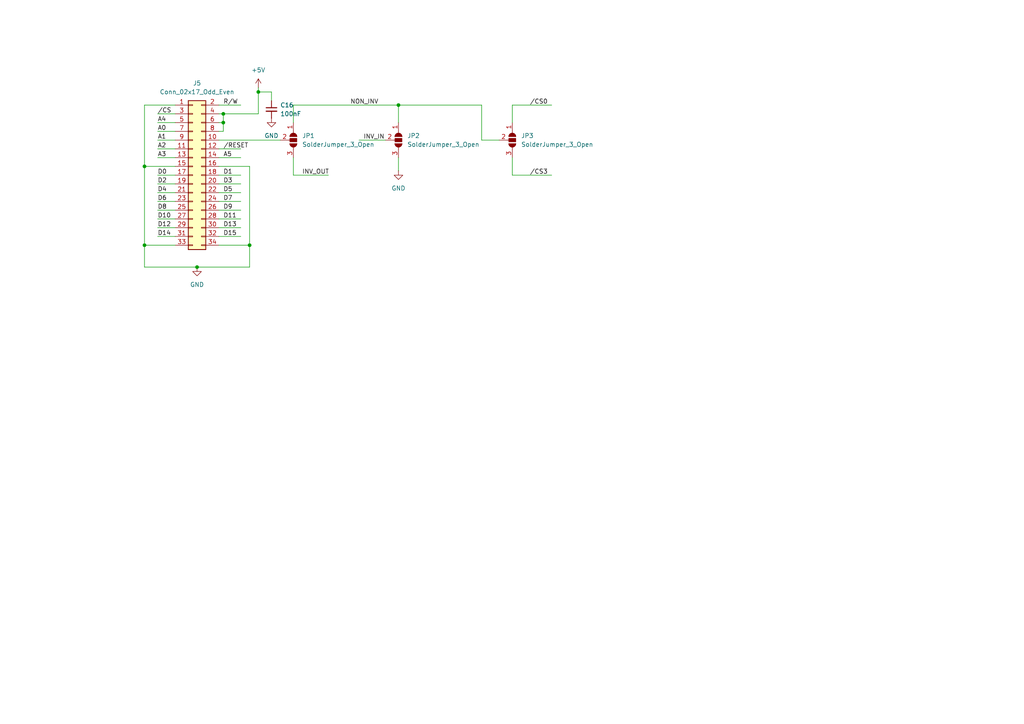
<source format=kicad_sch>
(kicad_sch (version 20250114) (generator "eeschema") (generator_version "9.0")
  (paper "A4")
  (lib_symbols
    (symbol "Connector_Generic:Conn_02x17_Odd_Even" (pin_names (offset 1.016) (hide yes))
      (property "Reference" "J" (at 1.27 22.86 0))
      (property "Value" "Conn_02x17_Odd_Even" (at 1.27 -22.86 0))
      (symbol "Conn_02x17_Odd_Even_1_1"
        (rectangle (start -1.27 21.59) (end 3.81 -21.59) (stroke (width 0.254)) (fill (type background)))
        (rectangle (start -1.27 20.447) (end 0 20.193) (stroke (width 0.1524)))
        (rectangle (start -1.27 17.907) (end 0 17.653) (stroke (width 0.1524)))
        (rectangle (start -1.27 15.367) (end 0 15.113) (stroke (width 0.1524)))
        (rectangle (start -1.27 12.827) (end 0 12.573) (stroke (width 0.1524)))
        (rectangle (start -1.27 10.287) (end 0 10.033) (stroke (width 0.1524)))
        (rectangle (start -1.27 7.747) (end 0 7.493) (stroke (width 0.1524)))
        (rectangle (start -1.27 5.207) (end 0 4.953) (stroke (width 0.1524)))
        (rectangle (start -1.27 2.667) (end 0 2.413) (stroke (width 0.1524)))
        (rectangle (start -1.27 0.127) (end 0 -0.127) (stroke (width 0.1524)))
        (rectangle (start -1.27 -2.413) (end 0 -2.667) (stroke (width 0.1524)))
        (rectangle (start -1.27 -4.953) (end 0 -5.207) (stroke (width 0.1524)))
        (rectangle (start -1.27 -7.493) (end 0 -7.747) (stroke (width 0.1524)))
        (rectangle (start -1.27 -10.033) (end 0 -10.287) (stroke (width 0.1524)))
        (rectangle (start -1.27 -12.573) (end 0 -12.827) (stroke (width 0.1524)))
        (rectangle (start -1.27 -15.113) (end 0 -15.367) (stroke (width 0.1524)))
        (rectangle (start -1.27 -17.653) (end 0 -17.907) (stroke (width 0.1524)))
        (rectangle (start -1.27 -20.193) (end 0 -20.447) (stroke (width 0.1524)))
        (rectangle (start 3.81 20.447) (end 2.54 20.193) (stroke (width 0.1524)))
        (rectangle (start 3.81 17.907) (end 2.54 17.653) (stroke (width 0.1524)))
        (rectangle (start 3.81 15.367) (end 2.54 15.113) (stroke (width 0.1524)))
        (rectangle (start 3.81 12.827) (end 2.54 12.573) (stroke (width 0.1524)))
        (rectangle (start 3.81 10.287) (end 2.54 10.033) (stroke (width 0.1524)))
        (rectangle (start 3.81 7.747) (end 2.54 7.493) (stroke (width 0.1524)))
        (rectangle (start 3.81 5.207) (end 2.54 4.953) (stroke (width 0.1524)))
        (rectangle (start 3.81 2.667) (end 2.54 2.413) (stroke (width 0.1524)))
        (rectangle (start 3.81 0.127) (end 2.54 -0.127) (stroke (width 0.1524)))
        (rectangle (start 3.81 -2.413) (end 2.54 -2.667) (stroke (width 0.1524)))
        (rectangle (start 3.81 -4.953) (end 2.54 -5.207) (stroke (width 0.1524)))
        (rectangle (start 3.81 -7.493) (end 2.54 -7.747) (stroke (width 0.1524)))
        (rectangle (start 3.81 -10.033) (end 2.54 -10.287) (stroke (width 0.1524)))
        (rectangle (start 3.81 -12.573) (end 2.54 -12.827) (stroke (width 0.1524)))
        (rectangle (start 3.81 -15.113) (end 2.54 -15.367) (stroke (width 0.1524)))
        (rectangle (start 3.81 -17.653) (end 2.54 -17.907) (stroke (width 0.1524)))
        (rectangle (start 3.81 -20.193) (end 2.54 -20.447) (stroke (width 0.1524)))
        (pin passive line (at -5.08 20.32 0) (length 3.81) (name "Pin_1") (number "1"))
        (pin passive line (at -5.08 17.78 0) (length 3.81) (name "Pin_3") (number "3"))
        (pin passive line (at -5.08 15.24 0) (length 3.81) (name "Pin_5") (number "5"))
        (pin passive line (at -5.08 12.7 0) (length 3.81) (name "Pin_7") (number "7"))
        (pin passive line (at -5.08 10.16 0) (length 3.81) (name "Pin_9") (number "9"))
        (pin passive line (at -5.08 7.62 0) (length 3.81) (name "Pin_11") (number "11"))
        (pin passive line (at -5.08 5.08 0) (length 3.81) (name "Pin_13") (number "13"))
        (pin passive line (at -5.08 2.54 0) (length 3.81) (name "Pin_15") (number "15"))
        (pin passive line (at -5.08 0 0) (length 3.81) (name "Pin_17") (number "17"))
        (pin passive line (at -5.08 -2.54 0) (length 3.81) (name "Pin_19") (number "19"))
        (pin passive line (at -5.08 -5.08 0) (length 3.81) (name "Pin_21") (number "21"))
        (pin passive line (at -5.08 -7.62 0) (length 3.81) (name "Pin_23") (number "23"))
        (pin passive line (at -5.08 -10.16 0) (length 3.81) (name "Pin_25") (number "25"))
        (pin passive line (at -5.08 -12.7 0) (length 3.81) (name "Pin_27") (number "27"))
        (pin passive line (at -5.08 -15.24 0) (length 3.81) (name "Pin_29") (number "29"))
        (pin passive line (at -5.08 -17.78 0) (length 3.81) (name "Pin_31") (number "31"))
        (pin passive line (at -5.08 -20.32 0) (length 3.81) (name "Pin_33") (number "33"))
        (pin passive line (at 7.62 20.32 180) (length 3.81) (name "Pin_2") (number "2"))
        (pin passive line (at 7.62 17.78 180) (length 3.81) (name "Pin_4") (number "4"))
        (pin passive line (at 7.62 15.24 180) (length 3.81) (name "Pin_6") (number "6"))
        (pin passive line (at 7.62 12.7 180) (length 3.81) (name "Pin_8") (number "8"))
        (pin passive line (at 7.62 10.16 180) (length 3.81) (name "Pin_10") (number "10"))
        (pin passive line (at 7.62 7.62 180) (length 3.81) (name "Pin_12") (number "12"))
        (pin passive line (at 7.62 5.08 180) (length 3.81) (name "Pin_14") (number "14"))
        (pin passive line (at 7.62 2.54 180) (length 3.81) (name "Pin_16") (number "16"))
        (pin passive line (at 7.62 0 180) (length 3.81) (name "Pin_18") (number "18"))
        (pin passive line (at 7.62 -2.54 180) (length 3.81) (name "Pin_20") (number "20"))
        (pin passive line (at 7.62 -5.08 180) (length 3.81) (name "Pin_22") (number "22"))
        (pin passive line (at 7.62 -7.62 180) (length 3.81) (name "Pin_24") (number "24"))
        (pin passive line (at 7.62 -10.16 180) (length 3.81) (name "Pin_26") (number "26"))
        (pin passive line (at 7.62 -12.7 180) (length 3.81) (name "Pin_28") (number "28"))
        (pin passive line (at 7.62 -15.24 180) (length 3.81) (name "Pin_30") (number "30"))
        (pin passive line (at 7.62 -17.78 180) (length 3.81) (name "Pin_32") (number "32"))
        (pin passive line (at 7.62 -20.32 180) (length 3.81) (name "Pin_34") (number "34"))
      )
    )
    (symbol "Device:C_Small" (pin_numbers (hide yes)) (pin_names (offset 0.254) (hide yes))
      (property "Reference" "C" (at 0.254 1.778 0))
      (property "Value" "C_Small" (at 0.254 -2.032 0))
      (symbol "C_Small_0_1"
        (polyline (pts (xy -1.524 0.508) (xy 1.524 0.508)) (stroke (width 0.3048)))
        (polyline (pts (xy -1.524 -0.508) (xy 1.524 -0.508)) (stroke (width 0.3302)))
      )
      (symbol "C_Small_1_1"
        (pin passive line (at 0 2.54 270) (length 2.032) (name "~") (number "1"))
        (pin passive line (at 0 -2.54 90) (length 2.032) (name "~") (number "2"))
      )
    )
    (symbol "Jumper:SolderJumper_3_Open" (pin_names (offset 0) (hide yes)) (in_bom no)
      (property "Reference" "JP" (at -2.54 -2.54 0))
      (property "Value" "SolderJumper_3_Open" (at 0 2.794 0))
      (symbol "SolderJumper_3_Open_0_1"
        (polyline (pts (xy -2.54 0) (xy -2.032 0)))
        (polyline (pts (xy -1.016 1.016) (xy -1.016 -1.016)))
        (arc (start -1.016 -1.016) (mid -2.0276 0) (end -1.016 1.016))
        (arc (start -1.016 -1.016) (mid -2.0276 0) (end -1.016 1.016) (fill (type outline)))
        (rectangle (start -0.508 1.016) (end 0.508 -1.016) (fill (type outline)))
        (polyline (pts (xy 0 -1.27) (xy 0 -1.016)))
        (arc (start 1.016 1.016) (mid 2.0276 0) (end 1.016 -1.016))
        (arc (start 1.016 1.016) (mid 2.0276 0) (end 1.016 -1.016) (fill (type outline)))
        (polyline (pts (xy 1.016 1.016) (xy 1.016 -1.016)))
        (polyline (pts (xy 2.54 0) (xy 2.032 0)))
      )
      (symbol "SolderJumper_3_Open_1_1"
        (pin passive line (at -5.08 0 0) (length 2.54) (name "A") (number "1"))
        (pin passive line (at 0 -3.81 90) (length 2.54) (name "C") (number "2"))
        (pin passive line (at 5.08 0 180) (length 2.54) (name "B") (number "3"))
      )
    )
    (symbol "power:+5V" (power) (pin_numbers (hide yes)) (pin_names (offset 0) (hide yes))
      (property "Value" "+5V" (at 0 3.556 0))
      (symbol "+5V_0_1"
        (polyline (pts (xy -0.762 1.27) (xy 0 2.54)))
        (polyline (pts (xy 0 2.54) (xy 0.762 1.27)))
        (polyline (pts (xy 0 0) (xy 0 2.54)))
      )
      (symbol "+5V_1_1"
        (pin power_in line (at 0 0 90) (length 0) (name "~") (number "1"))
      )
    )
    (symbol "power:GND" (power) (pin_numbers (hide yes)) (pin_names (offset 0) (hide yes))
      (property "Value" "GND" (at 0 -3.81 0))
      (symbol "GND_0_1"
        (polyline (pts (xy 0 0) (xy 0 -1.27) (xy 1.27 -1.27) (xy 0 -2.54) (xy -1.27 -1.27) (xy 0 -1.27)))
      )
      (symbol "GND_1_1"
        (pin power_in line (at 0 0 270) (length 0) (name "~") (number "1"))
      )
    )
  )
  (junction (at 72.39 71.12))
  (junction (at 64.77 33.02))
  (junction (at 74.93 26.67))
  (junction (at 57.15 77.47))
  (junction (at 41.91 48.26))
  (junction (at 115.57 30.48))
  (junction (at 64.77 35.56))
  (junction (at 41.91 71.12))
  (wire (pts (xy 115.57 45.72) (xy 115.57 49.53)))
  (wire (pts (xy 63.5 50.8) (xy 69.85 50.8)))
  (wire (pts (xy 63.5 66.04) (xy 69.85 66.04)))
  (wire (pts (xy 148.59 30.48) (xy 160.02 30.48)))
  (wire (pts (xy 63.5 40.64) (xy 81.28 40.64)))
  (wire (pts (xy 78.74 29.21) (xy 78.74 26.67)))
  (wire (pts (xy 63.5 71.12) (xy 72.39 71.12)))
  (wire (pts (xy 148.59 45.72) (xy 148.59 50.8)))
  (wire (pts (xy 45.72 38.1) (xy 50.8 38.1)))
  (wire (pts (xy 50.8 30.48) (xy 41.91 30.48)))
  (wire (pts (xy 45.72 53.34) (xy 50.8 53.34)))
  (wire (pts (xy 104.14 40.64) (xy 111.76 40.64)))
  (wire (pts (xy 41.91 48.26) (xy 41.91 71.12)))
  (wire (pts (xy 63.5 53.34) (xy 69.85 53.34)))
  (wire (pts (xy 63.5 48.26) (xy 72.39 48.26)))
  (wire (pts (xy 64.77 38.1) (xy 64.77 35.56)))
  (wire (pts (xy 64.77 35.56) (xy 64.77 33.02)))
  (wire (pts (xy 45.72 33.02) (xy 50.8 33.02)))
  (wire (pts (xy 57.15 77.47) (xy 41.91 77.47)))
  (wire (pts (xy 45.72 45.72) (xy 50.8 45.72)))
  (wire (pts (xy 85.09 50.8) (xy 95.25 50.8)))
  (wire (pts (xy 63.5 58.42) (xy 69.85 58.42)))
  (wire (pts (xy 63.5 55.88) (xy 69.85 55.88)))
  (wire (pts (xy 72.39 71.12) (xy 72.39 77.47)))
  (wire (pts (xy 45.72 58.42) (xy 50.8 58.42)))
  (wire (pts (xy 148.59 50.8) (xy 160.02 50.8)))
  (wire (pts (xy 63.5 45.72) (xy 69.85 45.72)))
  (wire (pts (xy 63.5 33.02) (xy 64.77 33.02)))
  (wire (pts (xy 41.91 30.48) (xy 41.91 48.26)))
  (wire (pts (xy 63.5 38.1) (xy 64.77 38.1)))
  (wire (pts (xy 45.72 55.88) (xy 50.8 55.88)))
  (wire (pts (xy 41.91 71.12) (xy 50.8 71.12)))
  (wire (pts (xy 63.5 43.18) (xy 69.85 43.18)))
  (wire (pts (xy 139.7 40.64) (xy 144.78 40.64)))
  (wire (pts (xy 45.72 43.18) (xy 50.8 43.18)))
  (wire (pts (xy 63.5 35.56) (xy 64.77 35.56)))
  (wire (pts (xy 45.72 60.96) (xy 50.8 60.96)))
  (wire (pts (xy 45.72 40.64) (xy 50.8 40.64)))
  (wire (pts (xy 85.09 30.48) (xy 115.57 30.48)))
  (wire (pts (xy 74.93 26.67) (xy 74.93 33.02)))
  (wire (pts (xy 148.59 35.56) (xy 148.59 30.48)))
  (wire (pts (xy 115.57 30.48) (xy 115.57 35.56)))
  (wire (pts (xy 63.5 60.96) (xy 69.85 60.96)))
  (wire (pts (xy 115.57 30.48) (xy 139.7 30.48)))
  (wire (pts (xy 45.72 35.56) (xy 50.8 35.56)))
  (wire (pts (xy 72.39 77.47) (xy 57.15 77.47)))
  (wire (pts (xy 85.09 35.56) (xy 85.09 30.48)))
  (wire (pts (xy 139.7 30.48) (xy 139.7 40.64)))
  (wire (pts (xy 45.72 50.8) (xy 50.8 50.8)))
  (wire (pts (xy 45.72 66.04) (xy 50.8 66.04)))
  (wire (pts (xy 41.91 71.12) (xy 41.91 77.47)))
  (wire (pts (xy 63.5 63.5) (xy 69.85 63.5)))
  (wire (pts (xy 63.5 68.58) (xy 69.85 68.58)))
  (wire (pts (xy 74.93 25.4) (xy 74.93 26.67)))
  (wire (pts (xy 72.39 48.26) (xy 72.39 71.12)))
  (wire (pts (xy 41.91 48.26) (xy 50.8 48.26)))
  (wire (pts (xy 45.72 63.5) (xy 50.8 63.5)))
  (wire (pts (xy 63.5 30.48) (xy 69.85 30.48)))
  (wire (pts (xy 45.72 68.58) (xy 50.8 68.58)))
  (wire (pts (xy 64.77 33.02) (xy 74.93 33.02)))
  (wire (pts (xy 85.09 45.72) (xy 85.09 50.8)))
  (wire (pts (xy 74.93 26.67) (xy 78.74 26.67)))
  (label "A4 " (at 45.72 35.56 0))
  (label "A5 " (at 64.77 45.72 0))
  (label "D6" (at 45.72 58.42 0))
  (label "D11" (at 64.77 63.5 0))
  (label "D1" (at 64.77 50.8 0))
  (label "INV_IN" (at 105.41 40.64 0))
  (label "{slash}RESET" (at 64.77 43.18 0))
  (label "A0" (at 45.72 38.1 0))
  (label "D2" (at 45.72 53.34 0))
  (label "{slash}CS" (at 45.72 33.02 0))
  (label "A1 " (at 45.72 40.64 0))
  (label "{slash}CS0" (at 153.67 30.48 0))
  (label "A2 " (at 45.72 43.18 0))
  (label "D7" (at 64.77 58.42 0))
  (label "D3" (at 64.77 53.34 0))
  (label "D0" (at 45.72 50.8 0))
  (label "NON_INV" (at 101.6 30.48 0))
  (label "D4" (at 45.72 55.88 0))
  (label "D5" (at 64.77 55.88 0))
  (label "D15" (at 64.77 68.58 0))
  (label "{slash}CS3" (at 153.67 50.8 0))
  (label "D9" (at 64.77 60.96 0))
  (label "R{slash}W" (at 64.77 30.48 0))
  (label "A3 " (at 45.72 45.72 0))
  (label "D14" (at 45.72 68.58 0))
  (label "D10" (at 45.72 63.5 0))
  (label "D8" (at 45.72 60.96 0))
  (label "INV_OUT" (at 87.63 50.8 0))
  (label "D13" (at 64.77 66.04 0))
  (label "D12" (at 45.72 66.04 0))
  (symbol (lib_id "Jumper:SolderJumper_3_Open") (at 85.09 40.64 270) (unit 1) (in_bom no)
    (property "Reference" "JP1" (at 87.63 39.3699 90) (effects (justify left)))
    (property "Value" "SolderJumper_3_Open" (at 87.63 41.9099 90) (effects (justify left)))
    (property "Description" "Solder Jumper, 3-pole, open" (effects (hide yes)))
  )
  (symbol (lib_id "power:GND") (at 57.15 77.47 0) (unit 1)
    (property "Reference" "#PWR054" (effects (hide yes)))
    (property "Value" "GND" (at 57.15 82.55 0))
    (property "Description" "Power symbol creates a global label with name \"GND\" , ground" (effects (hide yes)))
  )
  (symbol (lib_id "Connector_Generic:Conn_02x17_Odd_Even") (at 55.88 50.8 0) (unit 1)
    (property "Reference" "J5" (at 57.15 24.13 0))
    (property "Value" "Conn_02x17_Odd_Even" (at 57.15 26.67 0))
    (property "Description" "Generic connector, double row, 02x17, odd/even pin numbering scheme (row 1 odd numbers, row 2 even numbers), script generated (kicad-library-utils/schlib/autogen/connector/)" (effects (hide yes)))
  )
  (symbol (lib_id "Device:C_Small") (at 78.74 31.75 0) (unit 1)
    (property "Reference" "C16" (at 81.28 30.4862 0) (effects (justify left)))
    (property "Value" "100nF" (at 81.28 33.0262 0) (effects (justify left)))
    (property "Description" "Unpolarized capacitor, small symbol" (effects (hide yes)))
  )
  (symbol (lib_id "Jumper:SolderJumper_3_Open") (at 148.59 40.64 270) (unit 1) (in_bom no)
    (property "Reference" "JP3" (at 151.13 39.3699 90) (effects (justify left)))
    (property "Value" "SolderJumper_3_Open" (at 151.13 41.9099 90) (effects (justify left)))
    (property "Description" "Solder Jumper, 3-pole, open" (effects (hide yes)))
  )
  (symbol (lib_id "power:+5V") (at 74.93 25.4 0) (unit 1)
    (property "Reference" "#PWR056" (effects (hide yes)))
    (property "Value" "+5V" (at 74.93 20.32 0))
    (property "Description" "Power symbol creates a global label with name \"+5V\"" (effects (hide yes)))
  )
  (symbol (lib_id "Jumper:SolderJumper_3_Open") (at 115.57 40.64 270) (unit 1) (in_bom no)
    (property "Reference" "JP2" (at 118.11 39.3699 90) (effects (justify left)))
    (property "Value" "SolderJumper_3_Open" (at 118.11 41.9099 90) (effects (justify left)))
    (property "Description" "Solder Jumper, 3-pole, open" (effects (hide yes)))
  )
  (symbol (lib_id "power:GND") (at 78.74 34.29 0) (unit 1)
    (property "Reference" "#PWR057" (effects (hide yes)))
    (property "Value" "GND" (at 78.74 39.37 0))
    (property "Description" "Power symbol creates a global label with name \"GND\" , ground" (effects (hide yes)))
  )
  (symbol (lib_id "power:GND") (at 115.57 49.53 0) (unit 1)
    (property "Reference" "#PWR055" (effects (hide yes)))
    (property "Value" "GND" (at 115.57 54.61 0))
    (property "Description" "Power symbol creates a global label with name \"GND\" , ground" (effects (hide yes)))
  )
)
</source>
